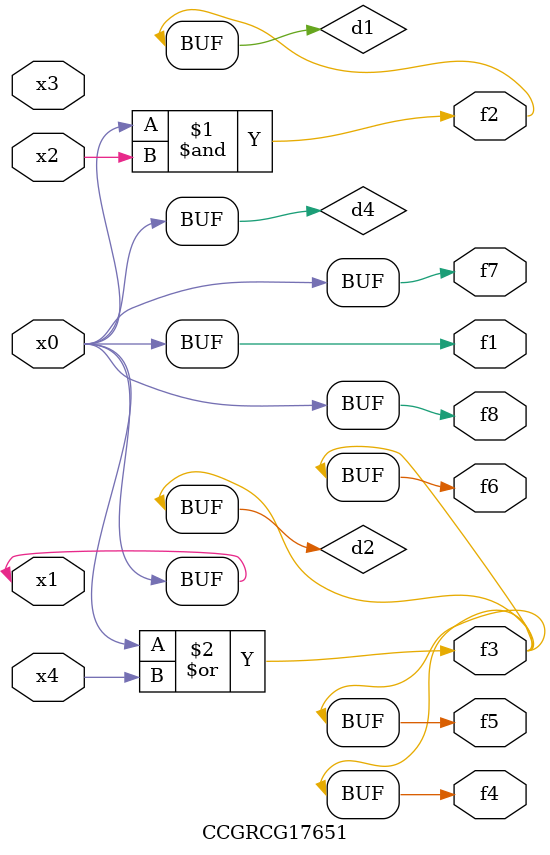
<source format=v>
module CCGRCG17651(
	input x0, x1, x2, x3, x4,
	output f1, f2, f3, f4, f5, f6, f7, f8
);

	wire d1, d2, d3, d4;

	and (d1, x0, x2);
	or (d2, x0, x4);
	nand (d3, x0, x2);
	buf (d4, x0, x1);
	assign f1 = d4;
	assign f2 = d1;
	assign f3 = d2;
	assign f4 = d2;
	assign f5 = d2;
	assign f6 = d2;
	assign f7 = d4;
	assign f8 = d4;
endmodule

</source>
